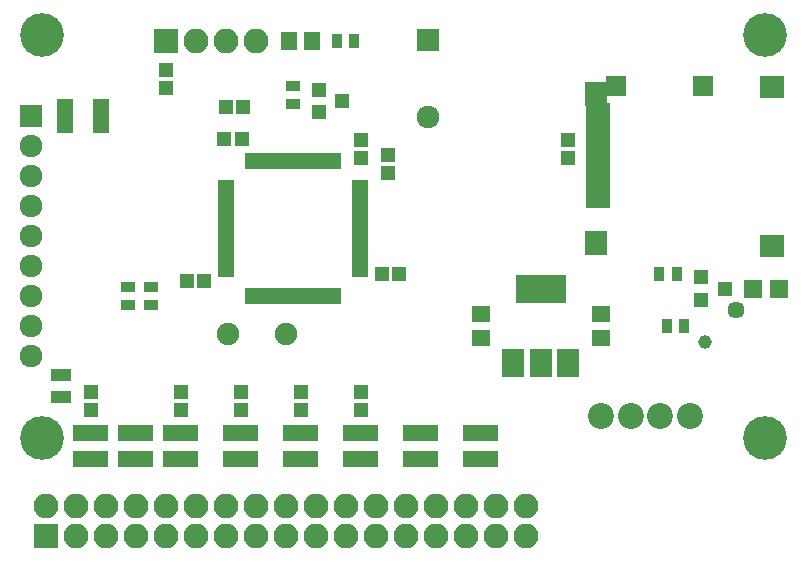
<source format=gbr>
G04 #@! TF.GenerationSoftware,KiCad,Pcbnew,no-vcs-found-bf44d39~61~ubuntu17.10.1*
G04 #@! TF.CreationDate,2018-01-04T13:29:05+03:00*
G04 #@! TF.ProjectId,FloppyEmulator,466C6F707079456D756C61746F722E6B,rev?*
G04 #@! TF.SameCoordinates,Original*
G04 #@! TF.FileFunction,Soldermask,Top*
G04 #@! TF.FilePolarity,Negative*
%FSLAX46Y46*%
G04 Gerber Fmt 4.6, Leading zero omitted, Abs format (unit mm)*
G04 Created by KiCad (PCBNEW no-vcs-found-bf44d39~61~ubuntu17.10.1) date Thu Jan  4 13:29:05 2018*
%MOMM*%
%LPD*%
G01*
G04 APERTURE LIST*
%ADD10R,1.924000X1.924000*%
%ADD11C,1.924000*%
%ADD12C,3.700000*%
%ADD13C,1.150000*%
%ADD14C,1.450000*%
%ADD15C,1.900000*%
%ADD16R,2.100000X2.100000*%
%ADD17O,2.100000X2.100000*%
%ADD18C,2.200000*%
%ADD19R,2.080000X1.200000*%
%ADD20R,1.900000X2.000000*%
%ADD21R,1.900000X2.100000*%
%ADD22R,2.100000X1.900000*%
%ADD23R,1.800000X1.690000*%
%ADD24R,1.700000X1.690000*%
%ADD25R,1.400000X0.650000*%
%ADD26R,0.650000X1.400000*%
%ADD27R,1.050000X1.460000*%
%ADD28R,1.300000X1.200000*%
%ADD29R,1.300000X0.900000*%
%ADD30R,1.200000X1.150000*%
%ADD31R,1.150000X1.200000*%
%ADD32R,1.650000X1.400000*%
%ADD33R,1.900000X2.400000*%
%ADD34R,4.200000X2.400000*%
%ADD35R,0.900000X1.300000*%
%ADD36R,1.600000X1.600000*%
%ADD37R,1.700000X1.100000*%
%ADD38R,1.400000X1.650000*%
%ADD39R,1.400000X2.900000*%
G04 APERTURE END LIST*
D10*
X144780000Y-67310000D03*
D11*
X144780000Y-69850000D03*
X144780000Y-72390000D03*
X144780000Y-74930000D03*
X144780000Y-77470000D03*
X144780000Y-80010000D03*
X144780000Y-82550000D03*
X144780000Y-85090000D03*
X144780000Y-87630000D03*
D12*
X145780000Y-60420000D03*
X145780000Y-94520000D03*
X206980000Y-60420000D03*
X206980000Y-94520000D03*
D13*
X201856497Y-86433503D03*
D14*
X204543503Y-83746497D03*
D15*
X166370000Y-85725000D03*
X161490000Y-85725000D03*
D16*
X156210000Y-60960000D03*
D17*
X158750000Y-60960000D03*
X161290000Y-60960000D03*
X163830000Y-60960000D03*
D18*
X200600000Y-92710000D03*
X198100000Y-92710000D03*
X195600000Y-92710000D03*
X193100000Y-92710000D03*
D19*
X192790000Y-74490000D03*
X192790000Y-73390000D03*
X192790000Y-72290000D03*
X192790000Y-71190000D03*
X192790000Y-70090000D03*
X192790000Y-68990000D03*
X192790000Y-67890000D03*
X192790000Y-66790000D03*
D20*
X192690000Y-65390000D03*
D21*
X192690000Y-78040000D03*
D22*
X207540000Y-64840000D03*
X207540000Y-78340000D03*
D23*
X201740000Y-64740000D03*
D24*
X194340000Y-64740000D03*
D16*
X146050000Y-102870000D03*
D17*
X146050000Y-100330000D03*
X148590000Y-102870000D03*
X148590000Y-100330000D03*
X151130000Y-102870000D03*
X151130000Y-100330000D03*
X153670000Y-102870000D03*
X153670000Y-100330000D03*
X156210000Y-102870000D03*
X156210000Y-100330000D03*
X158750000Y-102870000D03*
X158750000Y-100330000D03*
X161290000Y-102870000D03*
X161290000Y-100330000D03*
X163830000Y-102870000D03*
X163830000Y-100330000D03*
X166370000Y-102870000D03*
X166370000Y-100330000D03*
X168910000Y-102870000D03*
X168910000Y-100330000D03*
X171450000Y-102870000D03*
X171450000Y-100330000D03*
X173990000Y-102870000D03*
X173990000Y-100330000D03*
X176530000Y-102870000D03*
X176530000Y-100330000D03*
X179070000Y-102870000D03*
X179070000Y-100330000D03*
X181610000Y-102870000D03*
X181610000Y-100330000D03*
X184150000Y-102870000D03*
X184150000Y-100330000D03*
X186690000Y-102870000D03*
X186690000Y-100330000D03*
D25*
X161305000Y-80585000D03*
X161305000Y-80085000D03*
X161305000Y-79585000D03*
X161305000Y-79085000D03*
X161305000Y-78585000D03*
X161305000Y-78085000D03*
X161305000Y-77585000D03*
X161305000Y-77085000D03*
X161305000Y-76585000D03*
X161305000Y-76085000D03*
X161305000Y-75585000D03*
X161305000Y-75085000D03*
X161305000Y-74585000D03*
X161305000Y-74085000D03*
X161305000Y-73585000D03*
X161305000Y-73085000D03*
D26*
X163255000Y-71135000D03*
X163755000Y-71135000D03*
X164255000Y-71135000D03*
X164755000Y-71135000D03*
X165255000Y-71135000D03*
X165755000Y-71135000D03*
X166255000Y-71135000D03*
X166755000Y-71135000D03*
X167255000Y-71135000D03*
X167755000Y-71135000D03*
X168255000Y-71135000D03*
X168755000Y-71135000D03*
X169255000Y-71135000D03*
X169755000Y-71135000D03*
X170255000Y-71135000D03*
X170755000Y-71135000D03*
D25*
X172705000Y-73085000D03*
X172705000Y-73585000D03*
X172705000Y-74085000D03*
X172705000Y-74585000D03*
X172705000Y-75085000D03*
X172705000Y-75585000D03*
X172705000Y-76085000D03*
X172705000Y-76585000D03*
X172705000Y-77085000D03*
X172705000Y-77585000D03*
X172705000Y-78085000D03*
X172705000Y-78585000D03*
X172705000Y-79085000D03*
X172705000Y-79585000D03*
X172705000Y-80085000D03*
X172705000Y-80585000D03*
D26*
X170755000Y-82535000D03*
X170255000Y-82535000D03*
X169755000Y-82535000D03*
X169255000Y-82535000D03*
X168755000Y-82535000D03*
X168255000Y-82535000D03*
X167755000Y-82535000D03*
X167255000Y-82535000D03*
X166755000Y-82535000D03*
X166255000Y-82535000D03*
X165755000Y-82535000D03*
X165255000Y-82535000D03*
X164755000Y-82535000D03*
X164255000Y-82535000D03*
X163755000Y-82535000D03*
X163255000Y-82535000D03*
D27*
X157480000Y-94150000D03*
X156530000Y-94150000D03*
X158430000Y-94150000D03*
X158430000Y-96350000D03*
X157480000Y-96350000D03*
X156530000Y-96350000D03*
X161610000Y-96350000D03*
X162560000Y-96350000D03*
X163510000Y-96350000D03*
X163510000Y-94150000D03*
X161610000Y-94150000D03*
X162560000Y-94150000D03*
X167640000Y-94150000D03*
X166690000Y-94150000D03*
X168590000Y-94150000D03*
X168590000Y-96350000D03*
X167640000Y-96350000D03*
X166690000Y-96350000D03*
X171770000Y-96350000D03*
X172720000Y-96350000D03*
X173670000Y-96350000D03*
X173670000Y-94150000D03*
X171770000Y-94150000D03*
X172720000Y-94150000D03*
X177800000Y-96350000D03*
X178750000Y-96350000D03*
X176850000Y-96350000D03*
X176850000Y-94150000D03*
X177800000Y-94150000D03*
X178750000Y-94150000D03*
X183830000Y-94150000D03*
X182880000Y-94150000D03*
X181930000Y-94150000D03*
X181930000Y-96350000D03*
X183830000Y-96350000D03*
X182880000Y-96350000D03*
X149860000Y-94150000D03*
X148910000Y-94150000D03*
X150810000Y-94150000D03*
X150810000Y-96350000D03*
X149860000Y-96350000D03*
X148910000Y-96350000D03*
X153670000Y-96350000D03*
X154620000Y-96350000D03*
X152720000Y-96350000D03*
X152720000Y-94150000D03*
X153670000Y-94150000D03*
X154620000Y-94150000D03*
D28*
X171180000Y-66040000D03*
X169180000Y-66990000D03*
X169180000Y-65090000D03*
D29*
X167005000Y-66270000D03*
X167005000Y-64770000D03*
D30*
X162675000Y-69215000D03*
X161175000Y-69215000D03*
D31*
X172720000Y-69354000D03*
X172720000Y-70854000D03*
D30*
X174510000Y-80645000D03*
X176010000Y-80645000D03*
X158000000Y-81280000D03*
X159500000Y-81280000D03*
D31*
X190246000Y-70854000D03*
X190246000Y-69354000D03*
D32*
X193040000Y-84090000D03*
X193040000Y-86090000D03*
X182880000Y-84090000D03*
X182880000Y-86090000D03*
D33*
X185660000Y-88240000D03*
X190260000Y-88240000D03*
X187960000Y-88240000D03*
D34*
X187960000Y-81940000D03*
D31*
X156210000Y-63385000D03*
X156210000Y-64885000D03*
X149860000Y-90690000D03*
X149860000Y-92190000D03*
X157480000Y-92190000D03*
X157480000Y-90690000D03*
X162560000Y-90690000D03*
X162560000Y-92190000D03*
X167640000Y-90690000D03*
X167640000Y-92190000D03*
X172720000Y-92190000D03*
X172720000Y-90690000D03*
D28*
X203565000Y-81915000D03*
X201565000Y-82865000D03*
X201565000Y-80965000D03*
D35*
X199505000Y-80645000D03*
X198005000Y-80645000D03*
X198640000Y-85090000D03*
X200140000Y-85090000D03*
D36*
X205910000Y-81915000D03*
X208110000Y-81915000D03*
D37*
X147320000Y-89220000D03*
X147320000Y-91120000D03*
D10*
X178435000Y-60885000D03*
D11*
X178435000Y-67385000D03*
D38*
X166640000Y-60960000D03*
X168640000Y-60960000D03*
D35*
X170700000Y-60960000D03*
X172200000Y-60960000D03*
D31*
X175006000Y-72124000D03*
X175006000Y-70624000D03*
D30*
X161302000Y-66548000D03*
X162802000Y-66548000D03*
D29*
X153035000Y-83300000D03*
X153035000Y-81800000D03*
X154940000Y-81800000D03*
X154940000Y-83300000D03*
D39*
X150725000Y-67310000D03*
X147725000Y-67310000D03*
M02*

</source>
